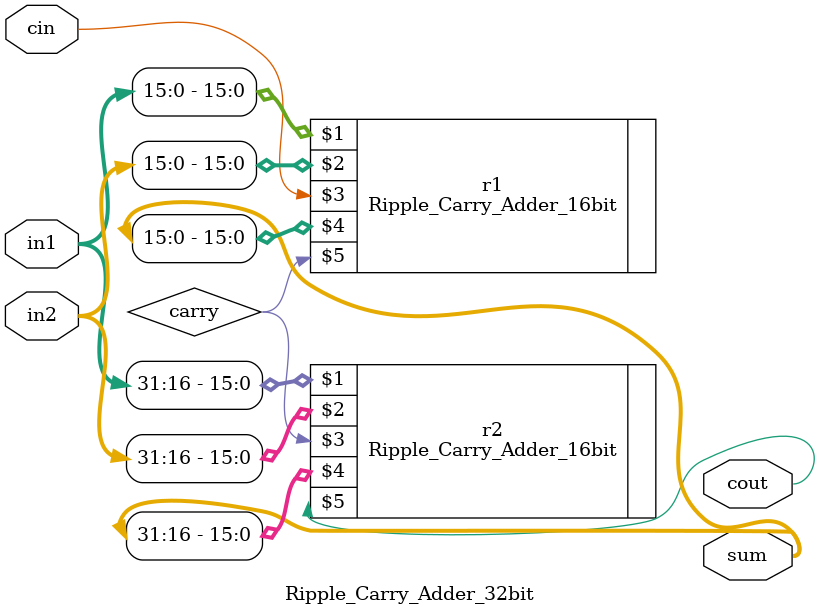
<source format=v>
`timescale 1ns / 1ps
module Ripple_Carry_Adder_32bit(input[31:0] in1,input[31:0] in2, input cin, output [31:0] sum, output cout);
wire carry;
Ripple_Carry_Adder_16bit r1(in1[15:0],in2[15:0],cin,sum[15:0],carry);
Ripple_Carry_Adder_16bit r2(in1[31:16],in2[31:16],carry,sum[31:16],cout);

endmodule


</source>
